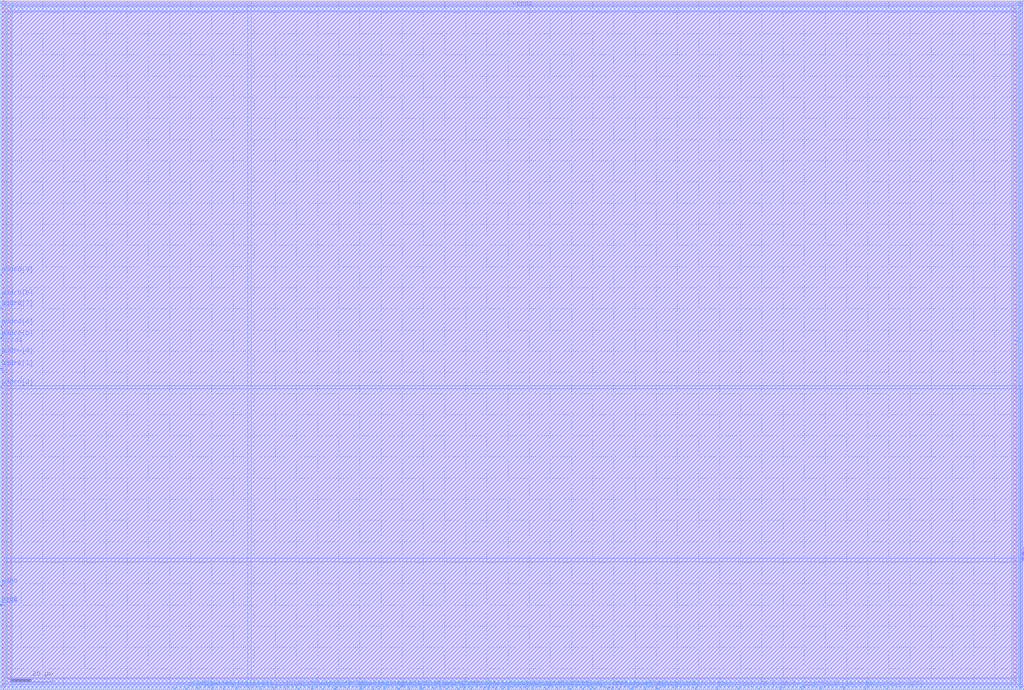
<source format=lef>
VERSION 5.4 ;
NAMESCASESENSITIVE ON ;
BUSBITCHARS "[]" ;
DIVIDERCHAR "/" ;
UNITS
  DATABASE MICRONS 2000 ;
END UNITS
MACRO sky130_sram_2kbyte_1rw_32x512_8
   CLASS BLOCK ;
   SIZE 483.86 BY 326.1 ;
   SYMMETRY X Y R90 ;
   PIN din0[0]
      DIRECTION INPUT ;
      PORT
         LAYER met4 ;
         RECT  117.64 0.0 118.02 1.06 ;
      END
   END din0[0]
   PIN din0[1]
      DIRECTION INPUT ;
      PORT
         LAYER met4 ;
         RECT  123.08 0.0 123.46 1.06 ;
      END
   END din0[1]
   PIN din0[2]
      DIRECTION INPUT ;
      PORT
         LAYER met4 ;
         RECT  129.2 0.0 129.58 1.06 ;
      END
   END din0[2]
   PIN din0[3]
      DIRECTION INPUT ;
      PORT
         LAYER met4 ;
         RECT  134.64 0.0 135.02 1.06 ;
      END
   END din0[3]
   PIN din0[4]
      DIRECTION INPUT ;
      PORT
         LAYER met4 ;
         RECT  140.76 0.0 141.14 1.06 ;
      END
   END din0[4]
   PIN din0[5]
      DIRECTION INPUT ;
      PORT
         LAYER met4 ;
         RECT  146.88 0.0 147.26 1.06 ;
      END
   END din0[5]
   PIN din0[6]
      DIRECTION INPUT ;
      PORT
         LAYER met4 ;
         RECT  152.32 0.0 152.7 1.06 ;
      END
   END din0[6]
   PIN din0[7]
      DIRECTION INPUT ;
      PORT
         LAYER met4 ;
         RECT  158.44 0.0 158.82 1.06 ;
      END
   END din0[7]
   PIN din0[8]
      DIRECTION INPUT ;
      PORT
         LAYER met4 ;
         RECT  163.88 0.0 164.26 1.06 ;
      END
   END din0[8]
   PIN din0[9]
      DIRECTION INPUT ;
      PORT
         LAYER met4 ;
         RECT  170.0 0.0 170.38 1.06 ;
      END
   END din0[9]
   PIN din0[10]
      DIRECTION INPUT ;
      PORT
         LAYER met4 ;
         RECT  176.12 0.0 176.5 1.06 ;
      END
   END din0[10]
   PIN din0[11]
      DIRECTION INPUT ;
      PORT
         LAYER met4 ;
         RECT  181.56 0.0 181.94 1.06 ;
      END
   END din0[11]
   PIN din0[12]
      DIRECTION INPUT ;
      PORT
         LAYER met4 ;
         RECT  187.68 0.0 188.06 1.06 ;
      END
   END din0[12]
   PIN din0[13]
      DIRECTION INPUT ;
      PORT
         LAYER met4 ;
         RECT  193.12 0.0 193.5 1.06 ;
      END
   END din0[13]
   PIN din0[14]
      DIRECTION INPUT ;
      PORT
         LAYER met4 ;
         RECT  199.24 0.0 199.62 1.06 ;
      END
   END din0[14]
   PIN din0[15]
      DIRECTION INPUT ;
      PORT
         LAYER met4 ;
         RECT  204.68 0.0 205.06 1.06 ;
      END
   END din0[15]
   PIN din0[16]
      DIRECTION INPUT ;
      PORT
         LAYER met4 ;
         RECT  210.8 0.0 211.18 1.06 ;
      END
   END din0[16]
   PIN din0[17]
      DIRECTION INPUT ;
      PORT
         LAYER met4 ;
         RECT  216.24 0.0 216.62 1.06 ;
      END
   END din0[17]
   PIN din0[18]
      DIRECTION INPUT ;
      PORT
         LAYER met4 ;
         RECT  222.36 0.0 222.74 1.06 ;
      END
   END din0[18]
   PIN din0[19]
      DIRECTION INPUT ;
      PORT
         LAYER met4 ;
         RECT  228.48 0.0 228.86 1.06 ;
      END
   END din0[19]
   PIN din0[20]
      DIRECTION INPUT ;
      PORT
         LAYER met4 ;
         RECT  233.92 0.0 234.3 1.06 ;
      END
   END din0[20]
   PIN din0[21]
      DIRECTION INPUT ;
      PORT
         LAYER met4 ;
         RECT  240.04 0.0 240.42 1.06 ;
      END
   END din0[21]
   PIN din0[22]
      DIRECTION INPUT ;
      PORT
         LAYER met4 ;
         RECT  246.16 0.0 246.54 1.06 ;
      END
   END din0[22]
   PIN din0[23]
      DIRECTION INPUT ;
      PORT
         LAYER met4 ;
         RECT  251.6 0.0 251.98 1.06 ;
      END
   END din0[23]
   PIN din0[24]
      DIRECTION INPUT ;
      PORT
         LAYER met4 ;
         RECT  257.72 0.0 258.1 1.06 ;
      END
   END din0[24]
   PIN din0[25]
      DIRECTION INPUT ;
      PORT
         LAYER met4 ;
         RECT  263.16 0.0 263.54 1.06 ;
      END
   END din0[25]
   PIN din0[26]
      DIRECTION INPUT ;
      PORT
         LAYER met4 ;
         RECT  269.28 0.0 269.66 1.06 ;
      END
   END din0[26]
   PIN din0[27]
      DIRECTION INPUT ;
      PORT
         LAYER met4 ;
         RECT  275.4 0.0 275.78 1.06 ;
      END
   END din0[27]
   PIN din0[28]
      DIRECTION INPUT ;
      PORT
         LAYER met4 ;
         RECT  280.84 0.0 281.22 1.06 ;
      END
   END din0[28]
   PIN din0[29]
      DIRECTION INPUT ;
      PORT
         LAYER met4 ;
         RECT  286.96 0.0 287.34 1.06 ;
      END
   END din0[29]
   PIN din0[30]
      DIRECTION INPUT ;
      PORT
         LAYER met4 ;
         RECT  292.4 0.0 292.78 1.06 ;
      END
   END din0[30]
   PIN din0[31]
      DIRECTION INPUT ;
      PORT
         LAYER met4 ;
         RECT  298.52 0.0 298.9 1.06 ;
      END
   END din0[31]
   PIN din0[32]
      DIRECTION INPUT ;
      PORT
         LAYER met4 ;
         RECT  304.64 0.0 305.02 1.06 ;
      END
   END din0[32]
   PIN addr0[0]
      DIRECTION INPUT ;
      PORT
         LAYER met4 ;
         RECT  82.28 0.0 82.66 1.06 ;
      END
   END addr0[0]
   PIN addr0[1]
      DIRECTION INPUT ;
      PORT
         LAYER met4 ;
         RECT  87.72 0.0 88.1 1.06 ;
      END
   END addr0[1]
   PIN addr0[2]
      DIRECTION INPUT ;
      PORT
         LAYER met3 ;
         RECT  0.0 142.8 1.06 143.18 ;
      END
   END addr0[2]
   PIN addr0[3]
      DIRECTION INPUT ;
      PORT
         LAYER met3 ;
         RECT  0.0 151.64 1.06 152.02 ;
      END
   END addr0[3]
   PIN addr0[4]
      DIRECTION INPUT ;
      PORT
         LAYER met3 ;
         RECT  0.0 157.76 1.06 158.14 ;
      END
   END addr0[4]
   PIN addr0[5]
      DIRECTION INPUT ;
      PORT
         LAYER met3 ;
         RECT  0.0 165.92 1.06 166.3 ;
      END
   END addr0[5]
   PIN addr0[6]
      DIRECTION INPUT ;
      PORT
         LAYER met3 ;
         RECT  0.0 171.36 1.06 171.74 ;
      END
   END addr0[6]
   PIN addr0[7]
      DIRECTION INPUT ;
      PORT
         LAYER met3 ;
         RECT  0.0 180.2 1.06 180.58 ;
      END
   END addr0[7]
   PIN addr0[8]
      DIRECTION INPUT ;
      PORT
         LAYER met3 ;
         RECT  0.0 184.96 1.06 185.34 ;
      END
   END addr0[8]
   PIN addr0[9]
      DIRECTION INPUT ;
      PORT
         LAYER met3 ;
         RECT  0.0 195.84 1.06 196.22 ;
      END
   END addr0[9]
   PIN csb0
      DIRECTION INPUT ;
      PORT
         LAYER met3 ;
         RECT  0.0 40.12 1.06 40.5 ;
      END
   END csb0
   PIN web0
      DIRECTION INPUT ;
      PORT
         LAYER met3 ;
         RECT  0.0 48.96 1.06 49.34 ;
      END
   END web0
   PIN clk0
      DIRECTION INPUT ;
      PORT
         LAYER met3 ;
         RECT  0.0 39.44 1.06 39.82 ;
      END
   END clk0
   PIN wmask0[0]
      DIRECTION INPUT ;
      PORT
         LAYER met4 ;
         RECT  93.16 0.0 93.54 1.06 ;
      END
   END wmask0[0]
   PIN wmask0[1]
      DIRECTION INPUT ;
      PORT
         LAYER met4 ;
         RECT  99.96 0.0 100.34 1.06 ;
      END
   END wmask0[1]
   PIN wmask0[2]
      DIRECTION INPUT ;
      PORT
         LAYER met4 ;
         RECT  105.4 0.0 105.78 1.06 ;
      END
   END wmask0[2]
   PIN wmask0[3]
      DIRECTION INPUT ;
      PORT
         LAYER met4 ;
         RECT  111.52 0.0 111.9 1.06 ;
      END
   END wmask0[3]
   PIN spare_wen0
      DIRECTION INPUT ;
      PORT
         LAYER met4 ;
         RECT  310.08 0.0 310.46 1.06 ;
      END
   END spare_wen0
   PIN dout0[0]
      DIRECTION OUTPUT ;
      PORT
         LAYER met4 ;
         RECT  147.56 0.0 147.94 1.06 ;
      END
   END dout0[0]
   PIN dout0[1]
      DIRECTION OUTPUT ;
      PORT
         LAYER met4 ;
         RECT  157.76 0.0 158.14 1.06 ;
      END
   END dout0[1]
   PIN dout0[2]
      DIRECTION OUTPUT ;
      PORT
         LAYER met4 ;
         RECT  170.68 0.0 171.06 1.06 ;
      END
   END dout0[2]
   PIN dout0[3]
      DIRECTION OUTPUT ;
      PORT
         LAYER met4 ;
         RECT  178.84 0.0 179.22 1.06 ;
      END
   END dout0[3]
   PIN dout0[4]
      DIRECTION OUTPUT ;
      PORT
         LAYER met4 ;
         RECT  188.36 0.0 188.74 1.06 ;
      END
   END dout0[4]
   PIN dout0[5]
      DIRECTION OUTPUT ;
      PORT
         LAYER met4 ;
         RECT  198.56 0.0 198.94 1.06 ;
      END
   END dout0[5]
   PIN dout0[6]
      DIRECTION OUTPUT ;
      PORT
         LAYER met4 ;
         RECT  208.08 0.0 208.46 1.06 ;
      END
   END dout0[6]
   PIN dout0[7]
      DIRECTION OUTPUT ;
      PORT
         LAYER met4 ;
         RECT  218.96 0.0 219.34 1.06 ;
      END
   END dout0[7]
   PIN dout0[8]
      DIRECTION OUTPUT ;
      PORT
         LAYER met4 ;
         RECT  230.52 0.0 230.9 1.06 ;
      END
   END dout0[8]
   PIN dout0[9]
      DIRECTION OUTPUT ;
      PORT
         LAYER met4 ;
         RECT  237.32 0.0 237.7 1.06 ;
      END
   END dout0[9]
   PIN dout0[10]
      DIRECTION OUTPUT ;
      PORT
         LAYER met4 ;
         RECT  248.88 0.0 249.26 1.06 ;
      END
   END dout0[10]
   PIN dout0[11]
      DIRECTION OUTPUT ;
      PORT
         LAYER met4 ;
         RECT  258.4 0.0 258.78 1.06 ;
      END
   END dout0[11]
   PIN dout0[12]
      DIRECTION OUTPUT ;
      PORT
         LAYER met4 ;
         RECT  268.6 0.0 268.98 1.06 ;
      END
   END dout0[12]
   PIN dout0[13]
      DIRECTION OUTPUT ;
      PORT
         LAYER met4 ;
         RECT  278.8 0.0 279.18 1.06 ;
      END
   END dout0[13]
   PIN dout0[14]
      DIRECTION OUTPUT ;
      PORT
         LAYER met4 ;
         RECT  289.0 0.0 289.38 1.06 ;
      END
   END dout0[14]
   PIN dout0[15]
      DIRECTION OUTPUT ;
      PORT
         LAYER met4 ;
         RECT  297.84 0.0 298.22 1.06 ;
      END
   END dout0[15]
   PIN dout0[16]
      DIRECTION OUTPUT ;
      PORT
         LAYER met4 ;
         RECT  310.76 0.0 311.14 1.06 ;
      END
   END dout0[16]
   PIN dout0[17]
      DIRECTION OUTPUT ;
      PORT
         LAYER met4 ;
         RECT  318.92 0.0 319.3 1.06 ;
      END
   END dout0[17]
   PIN dout0[18]
      DIRECTION OUTPUT ;
      PORT
         LAYER met4 ;
         RECT  328.44 0.0 328.82 1.06 ;
      END
   END dout0[18]
   PIN dout0[19]
      DIRECTION OUTPUT ;
      PORT
         LAYER met4 ;
         RECT  338.64 0.0 339.02 1.06 ;
      END
   END dout0[19]
   PIN dout0[20]
      DIRECTION OUTPUT ;
      PORT
         LAYER met4 ;
         RECT  348.84 0.0 349.22 1.06 ;
      END
   END dout0[20]
   PIN dout0[21]
      DIRECTION OUTPUT ;
      PORT
         LAYER met4 ;
         RECT  358.36 0.0 358.74 1.06 ;
      END
   END dout0[21]
   PIN dout0[22]
      DIRECTION OUTPUT ;
      PORT
         LAYER met4 ;
         RECT  368.56 0.0 368.94 1.06 ;
      END
   END dout0[22]
   PIN dout0[23]
      DIRECTION OUTPUT ;
      PORT
         LAYER met4 ;
         RECT  378.76 0.0 379.14 1.06 ;
      END
   END dout0[23]
   PIN dout0[24]
      DIRECTION OUTPUT ;
      PORT
         LAYER met4 ;
         RECT  387.6 0.0 387.98 1.06 ;
      END
   END dout0[24]
   PIN dout0[25]
      DIRECTION OUTPUT ;
      PORT
         LAYER met4 ;
         RECT  398.48 0.0 398.86 1.06 ;
      END
   END dout0[25]
   PIN dout0[26]
      DIRECTION OUTPUT ;
      PORT
         LAYER met4 ;
         RECT  408.68 0.0 409.06 1.06 ;
      END
   END dout0[26]
   PIN dout0[27]
      DIRECTION OUTPUT ;
      PORT
         LAYER met4 ;
         RECT  418.88 0.0 419.26 1.06 ;
      END
   END dout0[27]
   PIN dout0[28]
      DIRECTION OUTPUT ;
      PORT
         LAYER met3 ;
         RECT  482.8 61.2 483.86 61.58 ;
      END
   END dout0[28]
   PIN dout0[29]
      DIRECTION OUTPUT ;
      PORT
         LAYER met3 ;
         RECT  482.8 61.88 483.86 62.26 ;
      END
   END dout0[29]
   PIN dout0[30]
      DIRECTION OUTPUT ;
      PORT
         LAYER met3 ;
         RECT  482.8 62.56 483.86 62.94 ;
      END
   END dout0[30]
   PIN dout0[31]
      DIRECTION OUTPUT ;
      PORT
         LAYER met3 ;
         RECT  482.8 64.6 483.86 64.98 ;
      END
   END dout0[31]
   PIN dout0[32]
      DIRECTION OUTPUT ;
      PORT
         LAYER met3 ;
         RECT  482.8 63.92 483.86 64.3 ;
      END
   END dout0[32]
   PIN vccd1
      DIRECTION INOUT ;
      USE POWER ; 
      SHAPE ABUTMENT ; 
      PORT
         LAYER met3 ;
         RECT  3.4 3.4 480.46 5.14 ;
         LAYER met3 ;
         RECT  3.4 320.96 480.46 322.7 ;
         LAYER met4 ;
         RECT  3.4 3.4 5.14 322.7 ;
         LAYER met4 ;
         RECT  478.72 3.4 480.46 322.7 ;
      END
   END vccd1
   PIN vssd1
      DIRECTION INOUT ;
      USE GROUND ; 
      SHAPE ABUTMENT ; 
      PORT
         LAYER met4 ;
         RECT  482.12 0.0 483.86 326.1 ;
         LAYER met3 ;
         RECT  0.0 0.0 483.86 1.74 ;
         LAYER met3 ;
         RECT  0.0 324.36 483.86 326.1 ;
         LAYER met4 ;
         RECT  0.0 0.0 1.74 326.1 ;
      END
   END vssd1
   OBS
   LAYER  met1 ;
      RECT  0.62 0.62 483.24 325.48 ;
   LAYER  met2 ;
      RECT  0.62 0.62 483.24 325.48 ;
   LAYER  met3 ;
      RECT  1.66 142.2 483.24 143.78 ;
      RECT  0.62 143.78 1.66 151.04 ;
      RECT  0.62 152.62 1.66 157.16 ;
      RECT  0.62 158.74 1.66 165.32 ;
      RECT  0.62 166.9 1.66 170.76 ;
      RECT  0.62 172.34 1.66 179.6 ;
      RECT  0.62 181.18 1.66 184.36 ;
      RECT  0.62 185.94 1.66 195.24 ;
      RECT  0.62 41.1 1.66 48.36 ;
      RECT  0.62 49.94 1.66 142.2 ;
      RECT  1.66 60.6 482.2 62.18 ;
      RECT  1.66 62.18 482.2 142.2 ;
      RECT  482.2 65.58 483.24 142.2 ;
      RECT  1.66 2.8 2.8 5.74 ;
      RECT  1.66 5.74 2.8 60.6 ;
      RECT  2.8 5.74 481.06 60.6 ;
      RECT  481.06 2.8 482.2 5.74 ;
      RECT  481.06 5.74 482.2 60.6 ;
      RECT  1.66 143.78 2.8 320.36 ;
      RECT  1.66 320.36 2.8 323.3 ;
      RECT  2.8 143.78 481.06 320.36 ;
      RECT  481.06 143.78 483.24 320.36 ;
      RECT  481.06 320.36 483.24 323.3 ;
      RECT  0.62 2.34 1.66 38.84 ;
      RECT  482.2 2.34 483.24 60.6 ;
      RECT  1.66 2.34 2.8 2.8 ;
      RECT  2.8 2.34 481.06 2.8 ;
      RECT  481.06 2.34 482.2 2.8 ;
      RECT  0.62 196.82 1.66 323.76 ;
      RECT  1.66 323.3 2.8 323.76 ;
      RECT  2.8 323.3 481.06 323.76 ;
      RECT  481.06 323.3 483.24 323.76 ;
   LAYER  met4 ;
      RECT  117.04 1.66 118.62 325.48 ;
      RECT  118.62 0.62 122.48 1.66 ;
      RECT  124.06 0.62 128.6 1.66 ;
      RECT  130.18 0.62 134.04 1.66 ;
      RECT  135.62 0.62 140.16 1.66 ;
      RECT  141.74 0.62 146.28 1.66 ;
      RECT  159.42 0.62 163.28 1.66 ;
      RECT  164.86 0.62 169.4 1.66 ;
      RECT  182.54 0.62 187.08 1.66 ;
      RECT  200.22 0.62 204.08 1.66 ;
      RECT  211.78 0.62 215.64 1.66 ;
      RECT  223.34 0.62 227.88 1.66 ;
      RECT  241.02 0.62 245.56 1.66 ;
      RECT  252.58 0.62 257.12 1.66 ;
      RECT  270.26 0.62 274.8 1.66 ;
      RECT  281.82 0.62 286.36 1.66 ;
      RECT  299.5 0.62 304.04 1.66 ;
      RECT  83.26 0.62 87.12 1.66 ;
      RECT  88.7 0.62 92.56 1.66 ;
      RECT  94.14 0.62 99.36 1.66 ;
      RECT  100.94 0.62 104.8 1.66 ;
      RECT  106.38 0.62 110.92 1.66 ;
      RECT  112.5 0.62 117.04 1.66 ;
      RECT  305.62 0.62 309.48 1.66 ;
      RECT  148.54 0.62 151.72 1.66 ;
      RECT  153.3 0.62 157.16 1.66 ;
      RECT  171.66 0.62 175.52 1.66 ;
      RECT  177.1 0.62 178.24 1.66 ;
      RECT  179.82 0.62 180.96 1.66 ;
      RECT  189.34 0.62 192.52 1.66 ;
      RECT  194.1 0.62 197.96 1.66 ;
      RECT  205.66 0.62 207.48 1.66 ;
      RECT  209.06 0.62 210.2 1.66 ;
      RECT  217.22 0.62 218.36 1.66 ;
      RECT  219.94 0.62 221.76 1.66 ;
      RECT  229.46 0.62 229.92 1.66 ;
      RECT  231.5 0.62 233.32 1.66 ;
      RECT  234.9 0.62 236.72 1.66 ;
      RECT  238.3 0.62 239.44 1.66 ;
      RECT  247.14 0.62 248.28 1.66 ;
      RECT  249.86 0.62 251.0 1.66 ;
      RECT  259.38 0.62 262.56 1.66 ;
      RECT  264.14 0.62 268.0 1.66 ;
      RECT  276.38 0.62 278.2 1.66 ;
      RECT  279.78 0.62 280.24 1.66 ;
      RECT  287.94 0.62 288.4 1.66 ;
      RECT  289.98 0.62 291.8 1.66 ;
      RECT  293.38 0.62 297.24 1.66 ;
      RECT  311.74 0.62 318.32 1.66 ;
      RECT  319.9 0.62 327.84 1.66 ;
      RECT  329.42 0.62 338.04 1.66 ;
      RECT  339.62 0.62 348.24 1.66 ;
      RECT  349.82 0.62 357.76 1.66 ;
      RECT  359.34 0.62 367.96 1.66 ;
      RECT  369.54 0.62 378.16 1.66 ;
      RECT  379.74 0.62 387.0 1.66 ;
      RECT  388.58 0.62 397.88 1.66 ;
      RECT  399.46 0.62 408.08 1.66 ;
      RECT  409.66 0.62 418.28 1.66 ;
      RECT  2.8 1.66 5.74 2.8 ;
      RECT  2.8 323.3 5.74 325.48 ;
      RECT  5.74 1.66 117.04 2.8 ;
      RECT  5.74 2.8 117.04 323.3 ;
      RECT  5.74 323.3 117.04 325.48 ;
      RECT  118.62 1.66 478.12 2.8 ;
      RECT  118.62 2.8 478.12 323.3 ;
      RECT  118.62 323.3 478.12 325.48 ;
      RECT  478.12 1.66 481.06 2.8 ;
      RECT  478.12 323.3 481.06 325.48 ;
      RECT  419.86 0.62 481.52 1.66 ;
      RECT  481.06 1.66 481.52 2.8 ;
      RECT  481.06 2.8 481.52 323.3 ;
      RECT  481.06 323.3 481.52 325.48 ;
      RECT  2.34 0.62 81.68 1.66 ;
      RECT  2.34 1.66 2.8 2.8 ;
      RECT  2.34 2.8 2.8 323.3 ;
      RECT  2.34 323.3 2.8 325.48 ;
   END
END    sky130_sram_2kbyte_1rw_32x512_8
END    LIBRARY

</source>
